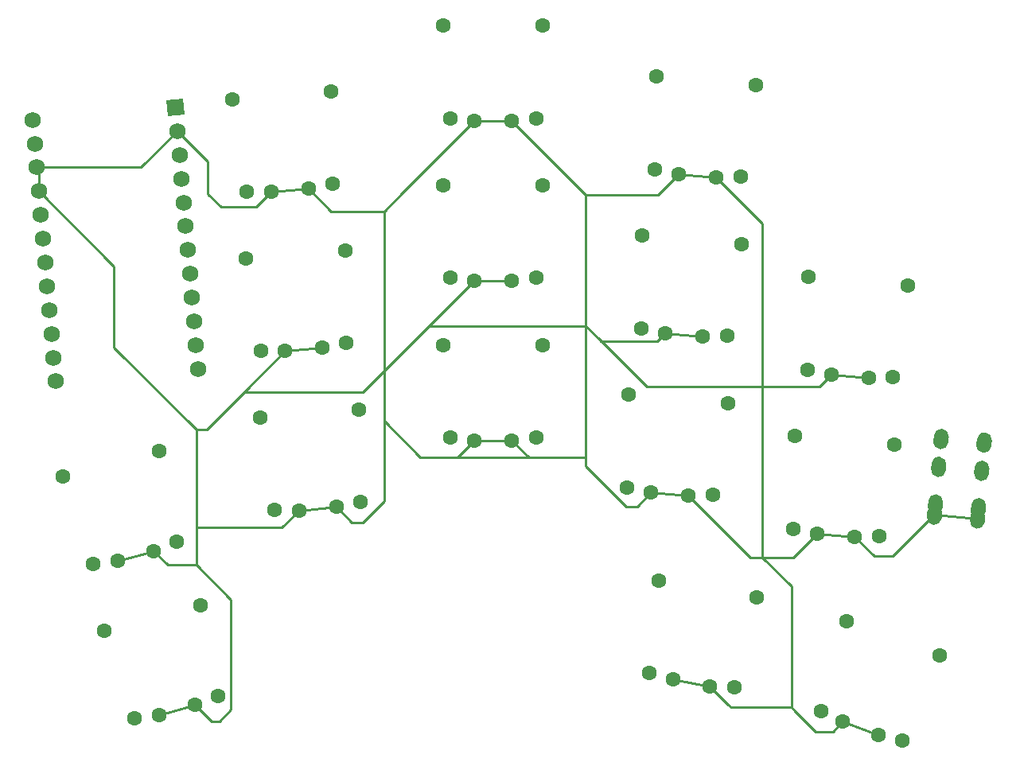
<source format=gbr>
%TF.GenerationSoftware,KiCad,Pcbnew,(5.1.9)-1*%
%TF.CreationDate,2021-06-29T13:01:43+02:00*%
%TF.ProjectId,todarodes_pacificus,746f6461-726f-4646-9573-5f7061636966,VERSION_HERE*%
%TF.SameCoordinates,Original*%
%TF.FileFunction,Copper,L1,Top*%
%TF.FilePolarity,Positive*%
%FSLAX46Y46*%
G04 Gerber Fmt 4.6, Leading zero omitted, Abs format (unit mm)*
G04 Created by KiCad (PCBNEW (5.1.9)-1) date 2021-06-29 13:01:43*
%MOMM*%
%LPD*%
G01*
G04 APERTURE LIST*
%TA.AperFunction,ComponentPad*%
%ADD10C,1.600000*%
%TD*%
%TA.AperFunction,ComponentPad*%
%ADD11C,0.100000*%
%TD*%
%TA.AperFunction,ComponentPad*%
%ADD12C,1.752600*%
%TD*%
%TA.AperFunction,Conductor*%
%ADD13C,0.250000*%
%TD*%
G04 APERTURE END LIST*
D10*
%TO.P,S6,3*%
%TO.N,N/C*%
X54869207Y30490719D03*
%TO.P,S6,4*%
X44269207Y30490719D03*
%TO.P,S6,1*%
%TO.N,P4*%
X44989207Y20640719D03*
%TO.P,S6,2*%
%TO.N,GND*%
X51569207Y20340719D03*
%TO.P,S6,1*%
%TO.N,P4*%
X54149207Y20640719D03*
%TO.P,S6,2*%
%TO.N,GND*%
X47569207Y20340719D03*
%TD*%
%TO.P,S1,3*%
%TO.N,N/C*%
X18434938Y2827957D03*
%TO.P,S1,4*%
X8196125Y84475D03*
%TO.P,S1,1*%
%TO.N,P8*%
X11440959Y-9243545D03*
%TO.P,S1,2*%
%TO.N,GND*%
X17874396Y-7830293D03*
%TO.P,S1,1*%
%TO.N,P8*%
X20288839Y-6872762D03*
%TO.P,S1,2*%
%TO.N,GND*%
X14010693Y-8865570D03*
%TD*%
%TO.P,S2,3*%
%TO.N,N/C*%
X14035013Y19248695D03*
%TO.P,S2,4*%
X3796200Y16505213D03*
%TO.P,S2,1*%
%TO.N,P9*%
X7041034Y7177193D03*
%TO.P,S2,2*%
%TO.N,GND*%
X13474471Y8590445D03*
%TO.P,S2,1*%
%TO.N,P9*%
X15888914Y9547976D03*
%TO.P,S2,2*%
%TO.N,GND*%
X9610768Y7555168D03*
%TD*%
%TO.P,S3,3*%
%TO.N,N/C*%
X35315781Y23655973D03*
%TO.P,S3,4*%
X24756117Y22732122D03*
%TO.P,S3,1*%
%TO.N,P5*%
X26331862Y12982357D03*
%TO.P,S3,2*%
%TO.N,GND*%
X32912969Y13256983D03*
%TO.P,S3,1*%
%TO.N,P5*%
X35457005Y13780703D03*
%TO.P,S3,2*%
%TO.N,GND*%
X28928191Y12908360D03*
%TD*%
%TO.P,S4,3*%
%TO.N,N/C*%
X33834133Y40591282D03*
%TO.P,S4,4*%
X23274469Y39667431D03*
%TO.P,S4,1*%
%TO.N,P16*%
X24850214Y29917666D03*
%TO.P,S4,2*%
%TO.N,GND*%
X31431321Y30192292D03*
%TO.P,S4,1*%
%TO.N,P16*%
X33975357Y30716012D03*
%TO.P,S4,2*%
%TO.N,GND*%
X27446543Y29843669D03*
%TD*%
%TO.P,S5,3*%
%TO.N,N/C*%
X32352486Y57526592D03*
%TO.P,S5,4*%
X21792822Y56602741D03*
%TO.P,S5,1*%
%TO.N,P21*%
X23368567Y46852976D03*
%TO.P,S5,2*%
%TO.N,GND*%
X29949674Y47127602D03*
%TO.P,S5,1*%
%TO.N,P21*%
X32493710Y47651322D03*
%TO.P,S5,2*%
%TO.N,GND*%
X25964896Y46778979D03*
%TD*%
%TO.P,S7,3*%
%TO.N,N/C*%
X54869209Y47490720D03*
%TO.P,S7,4*%
X44269209Y47490720D03*
%TO.P,S7,1*%
%TO.N,P14*%
X44989209Y37640720D03*
%TO.P,S7,2*%
%TO.N,GND*%
X51569209Y37340720D03*
%TO.P,S7,1*%
%TO.N,P14*%
X54149209Y37640720D03*
%TO.P,S7,2*%
%TO.N,GND*%
X47569209Y37340720D03*
%TD*%
%TO.P,S8,3*%
%TO.N,N/C*%
X54869206Y64490719D03*
%TO.P,S8,4*%
X44269206Y64490719D03*
%TO.P,S8,1*%
%TO.N,P20*%
X44989206Y54640719D03*
%TO.P,S8,2*%
%TO.N,GND*%
X51569206Y54340719D03*
%TO.P,S8,1*%
%TO.N,P20*%
X54149206Y54640719D03*
%TO.P,S8,2*%
%TO.N,GND*%
X47569206Y54340719D03*
%TD*%
%TO.P,S9,3*%
%TO.N,N/C*%
X74544678Y24279360D03*
%TO.P,S9,4*%
X63985014Y25203211D03*
%TO.P,S9,1*%
%TO.N,P3*%
X63843790Y15327941D03*
%TO.P,S9,2*%
%TO.N,GND*%
X70372604Y14455598D03*
%TO.P,S9,1*%
%TO.N,P3*%
X72968933Y14529595D03*
%TO.P,S9,2*%
%TO.N,GND*%
X66387826Y14804221D03*
%TD*%
%TO.P,S10,3*%
%TO.N,N/C*%
X76026325Y41214671D03*
%TO.P,S10,4*%
X65466661Y42138522D03*
%TO.P,S10,1*%
%TO.N,P15*%
X65325437Y32263252D03*
%TO.P,S10,2*%
%TO.N,GND*%
X71854251Y31390909D03*
%TO.P,S10,1*%
%TO.N,P15*%
X74450580Y31464906D03*
%TO.P,S10,2*%
%TO.N,GND*%
X67869473Y31739532D03*
%TD*%
%TO.P,S11,3*%
%TO.N,N/C*%
X77507974Y58149980D03*
%TO.P,S11,4*%
X66948310Y59073831D03*
%TO.P,S11,1*%
%TO.N,P19*%
X66807086Y49198561D03*
%TO.P,S11,2*%
%TO.N,GND*%
X73335900Y48326218D03*
%TO.P,S11,1*%
%TO.N,P19*%
X75932229Y48400215D03*
%TO.P,S11,2*%
%TO.N,GND*%
X69351122Y48674841D03*
%TD*%
%TO.P,S12,3*%
%TO.N,N/C*%
X92229241Y19888007D03*
%TO.P,S12,4*%
X81669577Y20811858D03*
%TO.P,S12,1*%
%TO.N,P10*%
X81528353Y10936588D03*
%TO.P,S12,2*%
%TO.N,GND*%
X88057167Y10064245D03*
%TO.P,S12,1*%
%TO.N,P10*%
X90653496Y10138242D03*
%TO.P,S12,2*%
%TO.N,GND*%
X84072389Y10412868D03*
%TD*%
%TO.P,S13,3*%
%TO.N,N/C*%
X93710889Y36823316D03*
%TO.P,S13,4*%
X83151225Y37747167D03*
%TO.P,S13,1*%
%TO.N,P18*%
X83010001Y27871897D03*
%TO.P,S13,2*%
%TO.N,GND*%
X89538815Y26999554D03*
%TO.P,S13,1*%
%TO.N,P18*%
X92135144Y27073551D03*
%TO.P,S13,2*%
%TO.N,GND*%
X85554037Y27348177D03*
%TD*%
%TO.P,S14,3*%
%TO.N,N/C*%
X77649453Y3616800D03*
%TO.P,S14,4*%
X67210491Y5457471D03*
%TO.P,S14,1*%
%TO.N,P7*%
X66209118Y-4367912D03*
%TO.P,S14,2*%
%TO.N,GND*%
X72637058Y-5805959D03*
%TO.P,S14,1*%
%TO.N,P7*%
X75229957Y-5958529D03*
%TO.P,S14,2*%
%TO.N,GND*%
X68697827Y-5111367D03*
%TD*%
%TO.P,S15,3*%
%TO.N,N/C*%
X97130146Y-2559476D03*
%TO.P,S15,4*%
X87169404Y1065938D03*
%TO.P,S15,1*%
%TO.N,P6*%
X84477084Y-8436289D03*
%TO.P,S15,2*%
%TO.N,GND*%
X90557655Y-10968689D03*
%TO.P,S15,1*%
%TO.N,P6*%
X93084668Y-11569194D03*
%TO.P,S15,2*%
%TO.N,GND*%
X86798885Y-9600609D03*
%TD*%
%TA.AperFunction,ComponentPad*%
D11*
%TO.P,C1,1*%
%TO.N,RAW*%
G36*
X14811020Y56590490D02*
G01*
X16556951Y56743239D01*
X16709700Y54997308D01*
X14963769Y54844559D01*
X14811020Y56590490D01*
G37*
%TD.AperFunction*%
D12*
%TO.P,C1,2*%
%TO.N,GND*%
X15981735Y53263564D03*
%TO.P,C1,3*%
%TO.N,RST*%
X16203111Y50733230D03*
%TO.P,C1,4*%
%TO.N,VCC*%
X16424487Y48202895D03*
%TO.P,C1,5*%
%TO.N,P21*%
X16645862Y45672561D03*
%TO.P,C1,6*%
%TO.N,P20*%
X16867238Y43142226D03*
%TO.P,C1,7*%
%TO.N,P19*%
X17088613Y40611891D03*
%TO.P,C1,8*%
%TO.N,P18*%
X17309989Y38081557D03*
%TO.P,C1,9*%
%TO.N,P15*%
X17531365Y35551222D03*
%TO.P,C1,10*%
%TO.N,P14*%
X17752740Y33020888D03*
%TO.P,C1,11*%
%TO.N,P16*%
X17974116Y30490553D03*
%TO.P,C1,12*%
%TO.N,P10*%
X18195491Y27960219D03*
%TO.P,C1,13*%
%TO.N,P1*%
X578353Y54465645D03*
%TO.P,C1,14*%
%TO.N,P0*%
X799728Y51935311D03*
%TO.P,C1,15*%
%TO.N,GND*%
X1021104Y49404976D03*
%TO.P,C1,16*%
X1242479Y46874642D03*
%TO.P,C1,17*%
%TO.N,P2*%
X1463855Y44344307D03*
%TO.P,C1,18*%
%TO.N,P3*%
X1685231Y41813973D03*
%TO.P,C1,19*%
%TO.N,P4*%
X1906606Y39283638D03*
%TO.P,C1,20*%
%TO.N,P5*%
X2127982Y36753303D03*
%TO.P,C1,21*%
%TO.N,P6*%
X2349357Y34222969D03*
%TO.P,C1,22*%
%TO.N,P7*%
X2570733Y31692634D03*
%TO.P,C1,23*%
%TO.N,P8*%
X2792109Y29162300D03*
%TO.P,C1,24*%
%TO.N,P9*%
X3013484Y26631965D03*
%TD*%
%TO.P,REF\u002A\u002A,1*%
%TO.N,GND*%
%TA.AperFunction,ComponentPad*%
G36*
G01*
X100305351Y11803363D02*
X100357645Y12401079D01*
G75*
G02*
X101224326Y13128310I796956J-69725D01*
G01*
X101224326Y13128310D01*
G75*
G02*
X101951557Y12261629I-69725J-796956D01*
G01*
X101899263Y11663913D01*
G75*
G02*
X101032582Y10936682I-796956J69725D01*
G01*
X101032582Y10936682D01*
G75*
G02*
X100305351Y11803363I69725J796956D01*
G01*
G37*
%TD.AperFunction*%
%TO.P,REF\u002A\u002A,2*%
%TA.AperFunction,ComponentPad*%
G36*
G01*
X95818727Y13300093D02*
X95871021Y13897809D01*
G75*
G02*
X96737702Y14625040I796956J-69725D01*
G01*
X96737702Y14625040D01*
G75*
G02*
X97464933Y13758359I-69725J-796956D01*
G01*
X97412639Y13160643D01*
G75*
G02*
X96545958Y12433412I-796956J69725D01*
G01*
X96545958Y12433412D01*
G75*
G02*
X95818727Y13300093I69725J796956D01*
G01*
G37*
%TD.AperFunction*%
%TO.P,REF\u002A\u002A,3*%
%TO.N,P2*%
%TA.AperFunction,ComponentPad*%
G36*
G01*
X96167350Y17284872D02*
X96219644Y17882588D01*
G75*
G02*
X97086325Y18609819I796956J-69725D01*
G01*
X97086325Y18609819D01*
G75*
G02*
X97813556Y17743138I-69725J-796956D01*
G01*
X97761262Y17145422D01*
G75*
G02*
X96894581Y16418191I-796956J69725D01*
G01*
X96894581Y16418191D01*
G75*
G02*
X96167350Y17284872I69725J796956D01*
G01*
G37*
%TD.AperFunction*%
%TO.P,REF\u002A\u002A,4*%
%TO.N,VCC*%
%TA.AperFunction,ComponentPad*%
G36*
G01*
X96428817Y20273456D02*
X96481111Y20871172D01*
G75*
G02*
X97347792Y21598403I796956J-69725D01*
G01*
X97347792Y21598403D01*
G75*
G02*
X98075023Y20731722I-69725J-796956D01*
G01*
X98022729Y20134006D01*
G75*
G02*
X97156048Y19406775I-796956J69725D01*
G01*
X97156048Y19406775D01*
G75*
G02*
X96428817Y20273456I69725J796956D01*
G01*
G37*
%TD.AperFunction*%
%TO.P,REF\u002A\u002A,1*%
%TO.N,GND*%
%TA.AperFunction,ComponentPad*%
G36*
G01*
X95722855Y12204279D02*
X95775149Y12801995D01*
G75*
G02*
X96641830Y13529226I796956J-69725D01*
G01*
X96641830Y13529226D01*
G75*
G02*
X97369061Y12662545I-69725J-796956D01*
G01*
X97316767Y12064829D01*
G75*
G02*
X96450086Y11337598I-796956J69725D01*
G01*
X96450086Y11337598D01*
G75*
G02*
X95722855Y12204279I69725J796956D01*
G01*
G37*
%TD.AperFunction*%
%TO.P,REF\u002A\u002A,2*%
%TA.AperFunction,ComponentPad*%
G36*
G01*
X100401222Y12899177D02*
X100453516Y13496893D01*
G75*
G02*
X101320197Y14224124I796956J-69725D01*
G01*
X101320197Y14224124D01*
G75*
G02*
X102047428Y13357443I-69725J-796956D01*
G01*
X101995134Y12759727D01*
G75*
G02*
X101128453Y12032496I-796956J69725D01*
G01*
X101128453Y12032496D01*
G75*
G02*
X100401222Y12899177I69725J796956D01*
G01*
G37*
%TD.AperFunction*%
%TO.P,REF\u002A\u002A,3*%
%TO.N,P2*%
%TA.AperFunction,ComponentPad*%
G36*
G01*
X100749845Y16883956D02*
X100802139Y17481672D01*
G75*
G02*
X101668820Y18208903I796956J-69725D01*
G01*
X101668820Y18208903D01*
G75*
G02*
X102396051Y17342222I-69725J-796956D01*
G01*
X102343757Y16744506D01*
G75*
G02*
X101477076Y16017275I-796956J69725D01*
G01*
X101477076Y16017275D01*
G75*
G02*
X100749845Y16883956I69725J796956D01*
G01*
G37*
%TD.AperFunction*%
%TO.P,REF\u002A\u002A,4*%
%TO.N,VCC*%
%TA.AperFunction,ComponentPad*%
G36*
G01*
X101011313Y19872540D02*
X101063607Y20470256D01*
G75*
G02*
X101930288Y21197487I796956J-69725D01*
G01*
X101930288Y21197487D01*
G75*
G02*
X102657519Y20330806I-69725J-796956D01*
G01*
X102605225Y19733090D01*
G75*
G02*
X101738544Y19005859I-796956J69725D01*
G01*
X101738544Y19005859D01*
G75*
G02*
X101011313Y19872540I69725J796956D01*
G01*
G37*
%TD.AperFunction*%
%TD*%
D13*
%TO.N,GND*%
X14010691Y-8865568D02*
X17874395Y-7830292D01*
X9610769Y7555171D02*
X13474473Y8590447D01*
X28928190Y12908360D02*
X32912969Y13256982D01*
X27446543Y29843670D02*
X31431322Y30192293D01*
X47569208Y20340720D02*
X51569209Y20340718D01*
X47569208Y37340718D02*
X51569207Y37340719D01*
X25964895Y46778980D02*
X29949672Y47127602D01*
X47569208Y54340719D02*
X51569208Y54340718D01*
X69351121Y48674842D02*
X73335900Y48326217D01*
X67869474Y31739531D02*
X71854251Y31390909D01*
X66387828Y14804222D02*
X70372604Y14455598D01*
X84072390Y10412868D02*
X88057167Y10064244D01*
X85554037Y27348177D02*
X89538815Y26999553D01*
X68697828Y-5111368D02*
X72637058Y-5805958D01*
X86798886Y-9600609D02*
X90557656Y-10968689D01*
X96545955Y12433412D02*
X101128452Y12032497D01*
X17874396Y-7830293D02*
X19594103Y-9550000D01*
X19594103Y-9550000D02*
X20440000Y-9550000D01*
X20440000Y-9550000D02*
X21700000Y-8290000D01*
X21700000Y3392766D02*
X17980000Y7112766D01*
X21700000Y-8290000D02*
X21700000Y3392766D01*
X17980000Y21530000D02*
X9250000Y30260000D01*
X9250000Y38867121D02*
X1242479Y46874642D01*
X9250000Y30260000D02*
X9250000Y38867121D01*
X1242479Y49183601D02*
X1021104Y49404976D01*
X1242479Y46874642D02*
X1242479Y49183601D01*
X12123147Y49404976D02*
X15981735Y53263564D01*
X1021104Y49404976D02*
X12123147Y49404976D01*
X14952150Y7112766D02*
X17980000Y7112766D01*
X13474471Y8590445D02*
X14952150Y7112766D01*
X19132874Y21530000D02*
X17980000Y21530000D01*
X35682052Y25453563D02*
X23056437Y25453563D01*
X23056437Y25453563D02*
X19132874Y21530000D01*
X27446543Y29843669D02*
X23056437Y25453563D01*
X67869473Y31739532D02*
X67069474Y30939533D01*
X47569209Y37340720D02*
X43594245Y33365755D01*
X67069474Y30939533D02*
X61039533Y30939533D01*
X85554037Y27348177D02*
X84275860Y26070000D01*
X65909066Y26070000D02*
X60849533Y31129533D01*
X60849533Y31129533D02*
X61039533Y30939533D01*
X86798885Y-9600609D02*
X85769494Y-10630000D01*
X85769494Y-10630000D02*
X83910000Y-10630000D01*
X83910000Y-10630000D02*
X81710000Y-8430000D01*
X77260000Y26070000D02*
X65909066Y26070000D01*
X84275860Y26070000D02*
X77260000Y26070000D01*
X73335900Y48326218D02*
X78242118Y43420000D01*
X78242118Y43420000D02*
X78242118Y27052118D01*
X76948202Y7880000D02*
X70372604Y14455598D01*
X81539520Y7880000D02*
X76948202Y7880000D01*
X84072389Y10412868D02*
X81539520Y7880000D01*
X81344236Y4790000D02*
X78242118Y7892118D01*
X81344236Y-8064236D02*
X81710000Y-8430000D01*
X81344236Y4790000D02*
X81344236Y-8064236D01*
X74895336Y-8064236D02*
X74615550Y-7784450D01*
X81344236Y-8064236D02*
X74895336Y-8064236D01*
X74615550Y-7784450D02*
X72637058Y-5805959D01*
X78242118Y25087882D02*
X78242118Y7892118D01*
X78242118Y27052118D02*
X78242118Y25087882D01*
X69351122Y48674841D02*
X67126281Y46450000D01*
X59459925Y46450000D02*
X51569206Y54340719D01*
X67126281Y46450000D02*
X59459925Y46450000D01*
X29949674Y47127602D02*
X32347276Y44730000D01*
X37958488Y44730000D02*
X39959244Y46730756D01*
X32347276Y44730000D02*
X37958488Y44730000D01*
X47569206Y54340719D02*
X39959244Y46730756D01*
X19240000Y50005299D02*
X15981735Y53263564D01*
X19240000Y46600000D02*
X19240000Y50005299D01*
X24405917Y45220000D02*
X25964896Y46778979D01*
X20620000Y45220000D02*
X24405917Y45220000D01*
X20620000Y45220000D02*
X19240000Y46600000D01*
X59459925Y32519925D02*
X59459533Y32519533D01*
X59459925Y46450000D02*
X59459925Y32519925D01*
X59459533Y32519533D02*
X60849533Y31129533D01*
X42748023Y32519533D02*
X42109245Y31880755D01*
X59459533Y32519533D02*
X42748023Y32519533D01*
X43594245Y33365755D02*
X42109245Y31880755D01*
X37958488Y27729998D02*
X37504245Y27275755D01*
X37504245Y27275755D02*
X35682052Y25453563D01*
X42109245Y31880755D02*
X37504245Y27275755D01*
X27119831Y11100000D02*
X17980000Y11100000D01*
X28928191Y12908360D02*
X27119831Y11100000D01*
X17980000Y11100000D02*
X17980000Y21530000D01*
X17980000Y7112766D02*
X17980000Y11100000D01*
X47569207Y20340719D02*
X45748488Y18520000D01*
X45748488Y18520000D02*
X41850000Y18520000D01*
X37958488Y22411512D02*
X37958488Y28498488D01*
X41850000Y18520000D02*
X37958488Y22411512D01*
X37958488Y28498488D02*
X37958488Y27729998D01*
X37958488Y44730000D02*
X37958488Y28498488D01*
X59459533Y18930467D02*
X59459533Y32519533D01*
X53389926Y18520000D02*
X45748488Y18520000D01*
X51569207Y20340719D02*
X53389926Y18520000D01*
X53389926Y18520000D02*
X59429066Y18520000D01*
X59459533Y18930467D02*
X59459533Y17990467D01*
X59459533Y17990467D02*
X59459533Y18550467D01*
X64903605Y13320000D02*
X66387826Y14804221D01*
X63750000Y13320000D02*
X64903605Y13320000D01*
X59459533Y17610467D02*
X63750000Y13320000D01*
X59459533Y17990467D02*
X59459533Y17610467D01*
X32912969Y13256983D02*
X34539952Y11630000D01*
X34539952Y11630000D02*
X35690000Y11630000D01*
X37958488Y13898488D02*
X37958488Y22411512D01*
X35690000Y11630000D02*
X37958488Y13898488D01*
X88057167Y10064245D02*
X90121412Y8000000D01*
X92112546Y8000000D02*
X96545958Y12433412D01*
X90121412Y8000000D02*
X92112546Y8000000D01*
%TD*%
M02*

</source>
